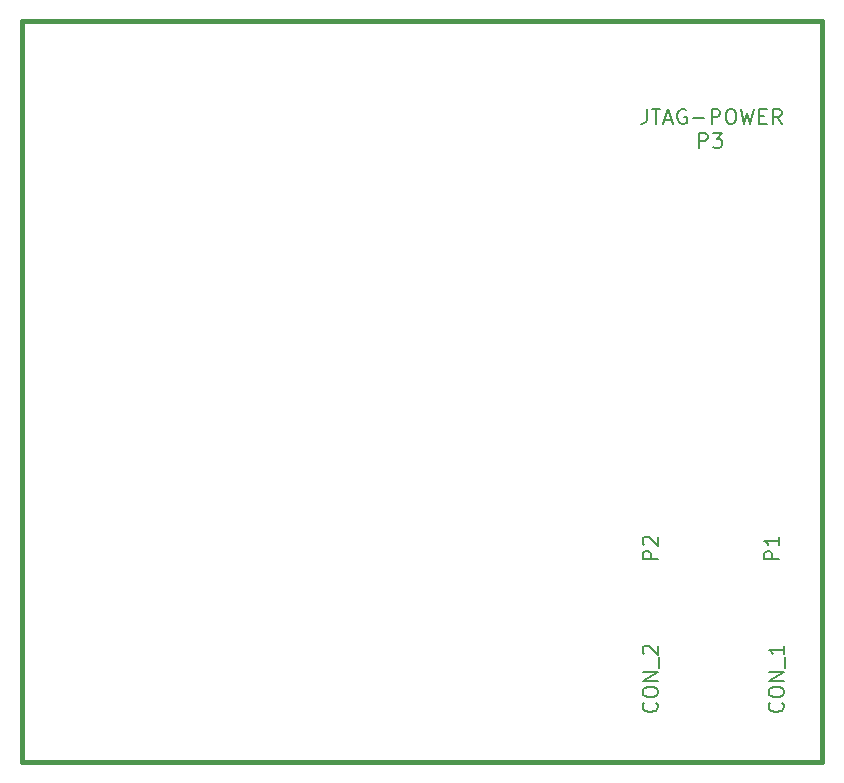
<source format=gbr>
G04 (created by PCBNEW-RS274X (2010-03-14)-final) date jue 03 nov 2011 01:52:56 ART*
G01*
G70*
G90*
%MOIN*%
G04 Gerber Fmt 3.4, Leading zero omitted, Abs format*
%FSLAX34Y34*%
G04 APERTURE LIST*
%ADD10C,0.000100*%
%ADD11C,0.015000*%
%ADD12C,0.005000*%
G04 APERTURE END LIST*
G54D10*
G54D11*
X38950Y-56100D02*
X38950Y-31400D01*
X39000Y-56100D02*
X38950Y-56100D01*
X39200Y-56100D02*
X39000Y-56100D01*
X39450Y-56100D02*
X39200Y-56100D01*
X42700Y-56100D02*
X39450Y-56100D01*
X65600Y-56100D02*
X42700Y-56100D01*
X65600Y-31400D02*
X65600Y-56100D01*
X38950Y-31400D02*
X65600Y-31400D01*
G54D12*
X64177Y-49344D02*
X63677Y-49344D01*
X63677Y-49153D01*
X63701Y-49106D01*
X63725Y-49082D01*
X63773Y-49058D01*
X63844Y-49058D01*
X63892Y-49082D01*
X63915Y-49106D01*
X63939Y-49153D01*
X63939Y-49344D01*
X64177Y-48582D02*
X64177Y-48868D01*
X64177Y-48725D02*
X63677Y-48725D01*
X63749Y-48773D01*
X63796Y-48820D01*
X63820Y-48868D01*
X64280Y-54122D02*
X64304Y-54146D01*
X64327Y-54217D01*
X64327Y-54265D01*
X64304Y-54337D01*
X64256Y-54384D01*
X64208Y-54408D01*
X64113Y-54432D01*
X64042Y-54432D01*
X63946Y-54408D01*
X63899Y-54384D01*
X63851Y-54337D01*
X63827Y-54265D01*
X63827Y-54217D01*
X63851Y-54146D01*
X63875Y-54122D01*
X63827Y-53813D02*
X63827Y-53717D01*
X63851Y-53670D01*
X63899Y-53622D01*
X63994Y-53598D01*
X64161Y-53598D01*
X64256Y-53622D01*
X64304Y-53670D01*
X64327Y-53717D01*
X64327Y-53813D01*
X64304Y-53860D01*
X64256Y-53908D01*
X64161Y-53932D01*
X63994Y-53932D01*
X63899Y-53908D01*
X63851Y-53860D01*
X63827Y-53813D01*
X64327Y-53384D02*
X63827Y-53384D01*
X64327Y-53098D01*
X63827Y-53098D01*
X64375Y-52979D02*
X64375Y-52598D01*
X64327Y-52217D02*
X64327Y-52503D01*
X64327Y-52360D02*
X63827Y-52360D01*
X63899Y-52408D01*
X63946Y-52455D01*
X63970Y-52503D01*
X60127Y-49344D02*
X59627Y-49344D01*
X59627Y-49153D01*
X59651Y-49106D01*
X59675Y-49082D01*
X59723Y-49058D01*
X59794Y-49058D01*
X59842Y-49082D01*
X59865Y-49106D01*
X59889Y-49153D01*
X59889Y-49344D01*
X59675Y-48868D02*
X59651Y-48844D01*
X59627Y-48796D01*
X59627Y-48677D01*
X59651Y-48630D01*
X59675Y-48606D01*
X59723Y-48582D01*
X59770Y-48582D01*
X59842Y-48606D01*
X60127Y-48892D01*
X60127Y-48582D01*
X60080Y-54122D02*
X60104Y-54146D01*
X60127Y-54217D01*
X60127Y-54265D01*
X60104Y-54337D01*
X60056Y-54384D01*
X60008Y-54408D01*
X59913Y-54432D01*
X59842Y-54432D01*
X59746Y-54408D01*
X59699Y-54384D01*
X59651Y-54337D01*
X59627Y-54265D01*
X59627Y-54217D01*
X59651Y-54146D01*
X59675Y-54122D01*
X59627Y-53813D02*
X59627Y-53717D01*
X59651Y-53670D01*
X59699Y-53622D01*
X59794Y-53598D01*
X59961Y-53598D01*
X60056Y-53622D01*
X60104Y-53670D01*
X60127Y-53717D01*
X60127Y-53813D01*
X60104Y-53860D01*
X60056Y-53908D01*
X59961Y-53932D01*
X59794Y-53932D01*
X59699Y-53908D01*
X59651Y-53860D01*
X59627Y-53813D01*
X60127Y-53384D02*
X59627Y-53384D01*
X60127Y-53098D01*
X59627Y-53098D01*
X60175Y-52979D02*
X60175Y-52598D01*
X59675Y-52503D02*
X59651Y-52479D01*
X59627Y-52431D01*
X59627Y-52312D01*
X59651Y-52265D01*
X59675Y-52241D01*
X59723Y-52217D01*
X59770Y-52217D01*
X59842Y-52241D01*
X60127Y-52527D01*
X60127Y-52217D01*
X61506Y-35627D02*
X61506Y-35127D01*
X61697Y-35127D01*
X61744Y-35151D01*
X61768Y-35175D01*
X61792Y-35223D01*
X61792Y-35294D01*
X61768Y-35342D01*
X61744Y-35365D01*
X61697Y-35389D01*
X61506Y-35389D01*
X61958Y-35127D02*
X62268Y-35127D01*
X62101Y-35318D01*
X62173Y-35318D01*
X62220Y-35342D01*
X62244Y-35365D01*
X62268Y-35413D01*
X62268Y-35532D01*
X62244Y-35580D01*
X62220Y-35604D01*
X62173Y-35627D01*
X62030Y-35627D01*
X61982Y-35604D01*
X61958Y-35580D01*
X59759Y-34327D02*
X59759Y-34685D01*
X59735Y-34756D01*
X59687Y-34804D01*
X59616Y-34827D01*
X59568Y-34827D01*
X59926Y-34327D02*
X60211Y-34327D01*
X60068Y-34827D02*
X60068Y-34327D01*
X60354Y-34685D02*
X60592Y-34685D01*
X60307Y-34827D02*
X60473Y-34327D01*
X60640Y-34827D01*
X61069Y-34351D02*
X61021Y-34327D01*
X60950Y-34327D01*
X60878Y-34351D01*
X60831Y-34399D01*
X60807Y-34446D01*
X60783Y-34542D01*
X60783Y-34613D01*
X60807Y-34708D01*
X60831Y-34756D01*
X60878Y-34804D01*
X60950Y-34827D01*
X60998Y-34827D01*
X61069Y-34804D01*
X61093Y-34780D01*
X61093Y-34613D01*
X60998Y-34613D01*
X61307Y-34637D02*
X61688Y-34637D01*
X61926Y-34827D02*
X61926Y-34327D01*
X62117Y-34327D01*
X62164Y-34351D01*
X62188Y-34375D01*
X62212Y-34423D01*
X62212Y-34494D01*
X62188Y-34542D01*
X62164Y-34565D01*
X62117Y-34589D01*
X61926Y-34589D01*
X62521Y-34327D02*
X62617Y-34327D01*
X62664Y-34351D01*
X62712Y-34399D01*
X62736Y-34494D01*
X62736Y-34661D01*
X62712Y-34756D01*
X62664Y-34804D01*
X62617Y-34827D01*
X62521Y-34827D01*
X62474Y-34804D01*
X62426Y-34756D01*
X62402Y-34661D01*
X62402Y-34494D01*
X62426Y-34399D01*
X62474Y-34351D01*
X62521Y-34327D01*
X62902Y-34327D02*
X63021Y-34827D01*
X63117Y-34470D01*
X63212Y-34827D01*
X63331Y-34327D01*
X63521Y-34565D02*
X63688Y-34565D01*
X63759Y-34827D02*
X63521Y-34827D01*
X63521Y-34327D01*
X63759Y-34327D01*
X64259Y-34827D02*
X64092Y-34589D01*
X63973Y-34827D02*
X63973Y-34327D01*
X64164Y-34327D01*
X64211Y-34351D01*
X64235Y-34375D01*
X64259Y-34423D01*
X64259Y-34494D01*
X64235Y-34542D01*
X64211Y-34565D01*
X64164Y-34589D01*
X63973Y-34589D01*
M02*

</source>
